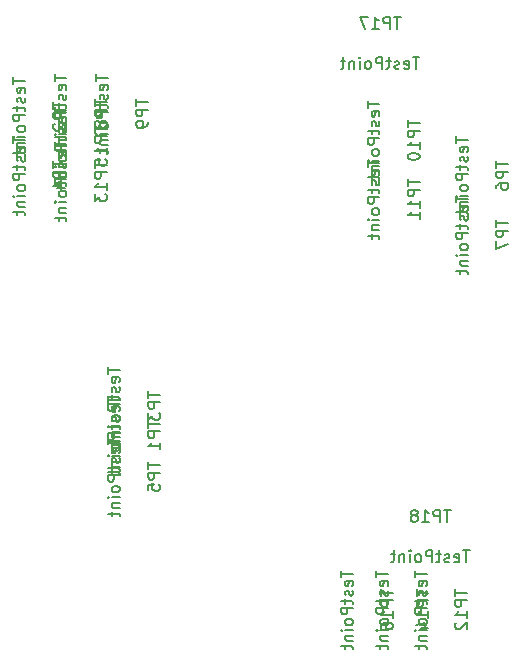
<source format=gbr>
%TF.GenerationSoftware,KiCad,Pcbnew,6.0.7+dfsg-1~bpo11+1*%
%TF.CreationDate,2022-10-07T12:23:39+00:00*%
%TF.ProjectId,redshift,72656473-6869-4667-942e-6b696361645f,0.2*%
%TF.SameCoordinates,Original*%
%TF.FileFunction,AssemblyDrawing,Bot*%
%FSLAX46Y46*%
G04 Gerber Fmt 4.6, Leading zero omitted, Abs format (unit mm)*
G04 Created by KiCad (PCBNEW 6.0.7+dfsg-1~bpo11+1) date 2022-10-07 12:23:39*
%MOMM*%
%LPD*%
G01*
G04 APERTURE LIST*
%ADD10C,0.150000*%
G04 APERTURE END LIST*
D10*
%TO.C,TP5*%
X124702380Y-102666666D02*
X124702380Y-103238095D01*
X125702380Y-102952380D02*
X124702380Y-102952380D01*
X125654761Y-103952380D02*
X125702380Y-103857142D01*
X125702380Y-103666666D01*
X125654761Y-103571428D01*
X125559523Y-103523809D01*
X125178571Y-103523809D01*
X125083333Y-103571428D01*
X125035714Y-103666666D01*
X125035714Y-103857142D01*
X125083333Y-103952380D01*
X125178571Y-104000000D01*
X125273809Y-104000000D01*
X125369047Y-103523809D01*
X125654761Y-104380952D02*
X125702380Y-104476190D01*
X125702380Y-104666666D01*
X125654761Y-104761904D01*
X125559523Y-104809523D01*
X125511904Y-104809523D01*
X125416666Y-104761904D01*
X125369047Y-104666666D01*
X125369047Y-104523809D01*
X125321428Y-104428571D01*
X125226190Y-104380952D01*
X125178571Y-104380952D01*
X125083333Y-104428571D01*
X125035714Y-104523809D01*
X125035714Y-104666666D01*
X125083333Y-104761904D01*
X125035714Y-105095238D02*
X125035714Y-105476190D01*
X124702380Y-105238095D02*
X125559523Y-105238095D01*
X125654761Y-105285714D01*
X125702380Y-105380952D01*
X125702380Y-105476190D01*
X125702380Y-105809523D02*
X124702380Y-105809523D01*
X124702380Y-106190476D01*
X124750000Y-106285714D01*
X124797619Y-106333333D01*
X124892857Y-106380952D01*
X125035714Y-106380952D01*
X125130952Y-106333333D01*
X125178571Y-106285714D01*
X125226190Y-106190476D01*
X125226190Y-105809523D01*
X125702380Y-106952380D02*
X125654761Y-106857142D01*
X125607142Y-106809523D01*
X125511904Y-106761904D01*
X125226190Y-106761904D01*
X125130952Y-106809523D01*
X125083333Y-106857142D01*
X125035714Y-106952380D01*
X125035714Y-107095238D01*
X125083333Y-107190476D01*
X125130952Y-107238095D01*
X125226190Y-107285714D01*
X125511904Y-107285714D01*
X125607142Y-107238095D01*
X125654761Y-107190476D01*
X125702380Y-107095238D01*
X125702380Y-106952380D01*
X125702380Y-107714285D02*
X125035714Y-107714285D01*
X124702380Y-107714285D02*
X124750000Y-107666666D01*
X124797619Y-107714285D01*
X124750000Y-107761904D01*
X124702380Y-107714285D01*
X124797619Y-107714285D01*
X125035714Y-108190476D02*
X125702380Y-108190476D01*
X125130952Y-108190476D02*
X125083333Y-108238095D01*
X125035714Y-108333333D01*
X125035714Y-108476190D01*
X125083333Y-108571428D01*
X125178571Y-108619047D01*
X125702380Y-108619047D01*
X125035714Y-108952380D02*
X125035714Y-109333333D01*
X124702380Y-109095238D02*
X125559523Y-109095238D01*
X125654761Y-109142857D01*
X125702380Y-109238095D01*
X125702380Y-109333333D01*
X128102380Y-104738095D02*
X128102380Y-105309523D01*
X129102380Y-105023809D02*
X128102380Y-105023809D01*
X129102380Y-105642857D02*
X128102380Y-105642857D01*
X128102380Y-106023809D01*
X128150000Y-106119047D01*
X128197619Y-106166666D01*
X128292857Y-106214285D01*
X128435714Y-106214285D01*
X128530952Y-106166666D01*
X128578571Y-106119047D01*
X128626190Y-106023809D01*
X128626190Y-105642857D01*
X128102380Y-107119047D02*
X128102380Y-106642857D01*
X128578571Y-106595238D01*
X128530952Y-106642857D01*
X128483333Y-106738095D01*
X128483333Y-106976190D01*
X128530952Y-107071428D01*
X128578571Y-107119047D01*
X128673809Y-107166666D01*
X128911904Y-107166666D01*
X129007142Y-107119047D01*
X129054761Y-107071428D01*
X129102380Y-106976190D01*
X129102380Y-106738095D01*
X129054761Y-106642857D01*
X129007142Y-106595238D01*
%TO.C,TP6*%
X154202380Y-77166666D02*
X154202380Y-77738095D01*
X155202380Y-77452380D02*
X154202380Y-77452380D01*
X155154761Y-78452380D02*
X155202380Y-78357142D01*
X155202380Y-78166666D01*
X155154761Y-78071428D01*
X155059523Y-78023809D01*
X154678571Y-78023809D01*
X154583333Y-78071428D01*
X154535714Y-78166666D01*
X154535714Y-78357142D01*
X154583333Y-78452380D01*
X154678571Y-78500000D01*
X154773809Y-78500000D01*
X154869047Y-78023809D01*
X155154761Y-78880952D02*
X155202380Y-78976190D01*
X155202380Y-79166666D01*
X155154761Y-79261904D01*
X155059523Y-79309523D01*
X155011904Y-79309523D01*
X154916666Y-79261904D01*
X154869047Y-79166666D01*
X154869047Y-79023809D01*
X154821428Y-78928571D01*
X154726190Y-78880952D01*
X154678571Y-78880952D01*
X154583333Y-78928571D01*
X154535714Y-79023809D01*
X154535714Y-79166666D01*
X154583333Y-79261904D01*
X154535714Y-79595238D02*
X154535714Y-79976190D01*
X154202380Y-79738095D02*
X155059523Y-79738095D01*
X155154761Y-79785714D01*
X155202380Y-79880952D01*
X155202380Y-79976190D01*
X155202380Y-80309523D02*
X154202380Y-80309523D01*
X154202380Y-80690476D01*
X154250000Y-80785714D01*
X154297619Y-80833333D01*
X154392857Y-80880952D01*
X154535714Y-80880952D01*
X154630952Y-80833333D01*
X154678571Y-80785714D01*
X154726190Y-80690476D01*
X154726190Y-80309523D01*
X155202380Y-81452380D02*
X155154761Y-81357142D01*
X155107142Y-81309523D01*
X155011904Y-81261904D01*
X154726190Y-81261904D01*
X154630952Y-81309523D01*
X154583333Y-81357142D01*
X154535714Y-81452380D01*
X154535714Y-81595238D01*
X154583333Y-81690476D01*
X154630952Y-81738095D01*
X154726190Y-81785714D01*
X155011904Y-81785714D01*
X155107142Y-81738095D01*
X155154761Y-81690476D01*
X155202380Y-81595238D01*
X155202380Y-81452380D01*
X155202380Y-82214285D02*
X154535714Y-82214285D01*
X154202380Y-82214285D02*
X154250000Y-82166666D01*
X154297619Y-82214285D01*
X154250000Y-82261904D01*
X154202380Y-82214285D01*
X154297619Y-82214285D01*
X154535714Y-82690476D02*
X155202380Y-82690476D01*
X154630952Y-82690476D02*
X154583333Y-82738095D01*
X154535714Y-82833333D01*
X154535714Y-82976190D01*
X154583333Y-83071428D01*
X154678571Y-83119047D01*
X155202380Y-83119047D01*
X154535714Y-83452380D02*
X154535714Y-83833333D01*
X154202380Y-83595238D02*
X155059523Y-83595238D01*
X155154761Y-83642857D01*
X155202380Y-83738095D01*
X155202380Y-83833333D01*
X157602380Y-79238095D02*
X157602380Y-79809523D01*
X158602380Y-79523809D02*
X157602380Y-79523809D01*
X158602380Y-80142857D02*
X157602380Y-80142857D01*
X157602380Y-80523809D01*
X157650000Y-80619047D01*
X157697619Y-80666666D01*
X157792857Y-80714285D01*
X157935714Y-80714285D01*
X158030952Y-80666666D01*
X158078571Y-80619047D01*
X158126190Y-80523809D01*
X158126190Y-80142857D01*
X157602380Y-81571428D02*
X157602380Y-81380952D01*
X157650000Y-81285714D01*
X157697619Y-81238095D01*
X157840476Y-81142857D01*
X158030952Y-81095238D01*
X158411904Y-81095238D01*
X158507142Y-81142857D01*
X158554761Y-81190476D01*
X158602380Y-81285714D01*
X158602380Y-81476190D01*
X158554761Y-81571428D01*
X158507142Y-81619047D01*
X158411904Y-81666666D01*
X158173809Y-81666666D01*
X158078571Y-81619047D01*
X158030952Y-81571428D01*
X157983333Y-81476190D01*
X157983333Y-81285714D01*
X158030952Y-81190476D01*
X158078571Y-81142857D01*
X158173809Y-81095238D01*
%TO.C,TP9*%
X123702380Y-71916666D02*
X123702380Y-72488095D01*
X124702380Y-72202380D02*
X123702380Y-72202380D01*
X124654761Y-73202380D02*
X124702380Y-73107142D01*
X124702380Y-72916666D01*
X124654761Y-72821428D01*
X124559523Y-72773809D01*
X124178571Y-72773809D01*
X124083333Y-72821428D01*
X124035714Y-72916666D01*
X124035714Y-73107142D01*
X124083333Y-73202380D01*
X124178571Y-73250000D01*
X124273809Y-73250000D01*
X124369047Y-72773809D01*
X124654761Y-73630952D02*
X124702380Y-73726190D01*
X124702380Y-73916666D01*
X124654761Y-74011904D01*
X124559523Y-74059523D01*
X124511904Y-74059523D01*
X124416666Y-74011904D01*
X124369047Y-73916666D01*
X124369047Y-73773809D01*
X124321428Y-73678571D01*
X124226190Y-73630952D01*
X124178571Y-73630952D01*
X124083333Y-73678571D01*
X124035714Y-73773809D01*
X124035714Y-73916666D01*
X124083333Y-74011904D01*
X124035714Y-74345238D02*
X124035714Y-74726190D01*
X123702380Y-74488095D02*
X124559523Y-74488095D01*
X124654761Y-74535714D01*
X124702380Y-74630952D01*
X124702380Y-74726190D01*
X124702380Y-75059523D02*
X123702380Y-75059523D01*
X123702380Y-75440476D01*
X123750000Y-75535714D01*
X123797619Y-75583333D01*
X123892857Y-75630952D01*
X124035714Y-75630952D01*
X124130952Y-75583333D01*
X124178571Y-75535714D01*
X124226190Y-75440476D01*
X124226190Y-75059523D01*
X124702380Y-76202380D02*
X124654761Y-76107142D01*
X124607142Y-76059523D01*
X124511904Y-76011904D01*
X124226190Y-76011904D01*
X124130952Y-76059523D01*
X124083333Y-76107142D01*
X124035714Y-76202380D01*
X124035714Y-76345238D01*
X124083333Y-76440476D01*
X124130952Y-76488095D01*
X124226190Y-76535714D01*
X124511904Y-76535714D01*
X124607142Y-76488095D01*
X124654761Y-76440476D01*
X124702380Y-76345238D01*
X124702380Y-76202380D01*
X124702380Y-76964285D02*
X124035714Y-76964285D01*
X123702380Y-76964285D02*
X123750000Y-76916666D01*
X123797619Y-76964285D01*
X123750000Y-77011904D01*
X123702380Y-76964285D01*
X123797619Y-76964285D01*
X124035714Y-77440476D02*
X124702380Y-77440476D01*
X124130952Y-77440476D02*
X124083333Y-77488095D01*
X124035714Y-77583333D01*
X124035714Y-77726190D01*
X124083333Y-77821428D01*
X124178571Y-77869047D01*
X124702380Y-77869047D01*
X124035714Y-78202380D02*
X124035714Y-78583333D01*
X123702380Y-78345238D02*
X124559523Y-78345238D01*
X124654761Y-78392857D01*
X124702380Y-78488095D01*
X124702380Y-78583333D01*
X127102380Y-73988095D02*
X127102380Y-74559523D01*
X128102380Y-74273809D02*
X127102380Y-74273809D01*
X128102380Y-74892857D02*
X127102380Y-74892857D01*
X127102380Y-75273809D01*
X127150000Y-75369047D01*
X127197619Y-75416666D01*
X127292857Y-75464285D01*
X127435714Y-75464285D01*
X127530952Y-75416666D01*
X127578571Y-75369047D01*
X127626190Y-75273809D01*
X127626190Y-74892857D01*
X128102380Y-75940476D02*
X128102380Y-76130952D01*
X128054761Y-76226190D01*
X128007142Y-76273809D01*
X127864285Y-76369047D01*
X127673809Y-76416666D01*
X127292857Y-76416666D01*
X127197619Y-76369047D01*
X127150000Y-76321428D01*
X127102380Y-76226190D01*
X127102380Y-76035714D01*
X127150000Y-75940476D01*
X127197619Y-75892857D01*
X127292857Y-75845238D01*
X127530952Y-75845238D01*
X127626190Y-75892857D01*
X127673809Y-75940476D01*
X127721428Y-76035714D01*
X127721428Y-76226190D01*
X127673809Y-76321428D01*
X127626190Y-76369047D01*
X127530952Y-76416666D01*
%TO.C,TP7*%
X154202380Y-82166666D02*
X154202380Y-82738095D01*
X155202380Y-82452380D02*
X154202380Y-82452380D01*
X155154761Y-83452380D02*
X155202380Y-83357142D01*
X155202380Y-83166666D01*
X155154761Y-83071428D01*
X155059523Y-83023809D01*
X154678571Y-83023809D01*
X154583333Y-83071428D01*
X154535714Y-83166666D01*
X154535714Y-83357142D01*
X154583333Y-83452380D01*
X154678571Y-83500000D01*
X154773809Y-83500000D01*
X154869047Y-83023809D01*
X155154761Y-83880952D02*
X155202380Y-83976190D01*
X155202380Y-84166666D01*
X155154761Y-84261904D01*
X155059523Y-84309523D01*
X155011904Y-84309523D01*
X154916666Y-84261904D01*
X154869047Y-84166666D01*
X154869047Y-84023809D01*
X154821428Y-83928571D01*
X154726190Y-83880952D01*
X154678571Y-83880952D01*
X154583333Y-83928571D01*
X154535714Y-84023809D01*
X154535714Y-84166666D01*
X154583333Y-84261904D01*
X154535714Y-84595238D02*
X154535714Y-84976190D01*
X154202380Y-84738095D02*
X155059523Y-84738095D01*
X155154761Y-84785714D01*
X155202380Y-84880952D01*
X155202380Y-84976190D01*
X155202380Y-85309523D02*
X154202380Y-85309523D01*
X154202380Y-85690476D01*
X154250000Y-85785714D01*
X154297619Y-85833333D01*
X154392857Y-85880952D01*
X154535714Y-85880952D01*
X154630952Y-85833333D01*
X154678571Y-85785714D01*
X154726190Y-85690476D01*
X154726190Y-85309523D01*
X155202380Y-86452380D02*
X155154761Y-86357142D01*
X155107142Y-86309523D01*
X155011904Y-86261904D01*
X154726190Y-86261904D01*
X154630952Y-86309523D01*
X154583333Y-86357142D01*
X154535714Y-86452380D01*
X154535714Y-86595238D01*
X154583333Y-86690476D01*
X154630952Y-86738095D01*
X154726190Y-86785714D01*
X155011904Y-86785714D01*
X155107142Y-86738095D01*
X155154761Y-86690476D01*
X155202380Y-86595238D01*
X155202380Y-86452380D01*
X155202380Y-87214285D02*
X154535714Y-87214285D01*
X154202380Y-87214285D02*
X154250000Y-87166666D01*
X154297619Y-87214285D01*
X154250000Y-87261904D01*
X154202380Y-87214285D01*
X154297619Y-87214285D01*
X154535714Y-87690476D02*
X155202380Y-87690476D01*
X154630952Y-87690476D02*
X154583333Y-87738095D01*
X154535714Y-87833333D01*
X154535714Y-87976190D01*
X154583333Y-88071428D01*
X154678571Y-88119047D01*
X155202380Y-88119047D01*
X154535714Y-88452380D02*
X154535714Y-88833333D01*
X154202380Y-88595238D02*
X155059523Y-88595238D01*
X155154761Y-88642857D01*
X155202380Y-88738095D01*
X155202380Y-88833333D01*
X157602380Y-84238095D02*
X157602380Y-84809523D01*
X158602380Y-84523809D02*
X157602380Y-84523809D01*
X158602380Y-85142857D02*
X157602380Y-85142857D01*
X157602380Y-85523809D01*
X157650000Y-85619047D01*
X157697619Y-85666666D01*
X157792857Y-85714285D01*
X157935714Y-85714285D01*
X158030952Y-85666666D01*
X158078571Y-85619047D01*
X158126190Y-85523809D01*
X158126190Y-85142857D01*
X157602380Y-86047619D02*
X157602380Y-86714285D01*
X158602380Y-86285714D01*
%TO.C,TP13*%
X120202380Y-77666666D02*
X120202380Y-78238095D01*
X121202380Y-77952380D02*
X120202380Y-77952380D01*
X121154761Y-78952380D02*
X121202380Y-78857142D01*
X121202380Y-78666666D01*
X121154761Y-78571428D01*
X121059523Y-78523809D01*
X120678571Y-78523809D01*
X120583333Y-78571428D01*
X120535714Y-78666666D01*
X120535714Y-78857142D01*
X120583333Y-78952380D01*
X120678571Y-79000000D01*
X120773809Y-79000000D01*
X120869047Y-78523809D01*
X121154761Y-79380952D02*
X121202380Y-79476190D01*
X121202380Y-79666666D01*
X121154761Y-79761904D01*
X121059523Y-79809523D01*
X121011904Y-79809523D01*
X120916666Y-79761904D01*
X120869047Y-79666666D01*
X120869047Y-79523809D01*
X120821428Y-79428571D01*
X120726190Y-79380952D01*
X120678571Y-79380952D01*
X120583333Y-79428571D01*
X120535714Y-79523809D01*
X120535714Y-79666666D01*
X120583333Y-79761904D01*
X120535714Y-80095238D02*
X120535714Y-80476190D01*
X120202380Y-80238095D02*
X121059523Y-80238095D01*
X121154761Y-80285714D01*
X121202380Y-80380952D01*
X121202380Y-80476190D01*
X121202380Y-80809523D02*
X120202380Y-80809523D01*
X120202380Y-81190476D01*
X120250000Y-81285714D01*
X120297619Y-81333333D01*
X120392857Y-81380952D01*
X120535714Y-81380952D01*
X120630952Y-81333333D01*
X120678571Y-81285714D01*
X120726190Y-81190476D01*
X120726190Y-80809523D01*
X121202380Y-81952380D02*
X121154761Y-81857142D01*
X121107142Y-81809523D01*
X121011904Y-81761904D01*
X120726190Y-81761904D01*
X120630952Y-81809523D01*
X120583333Y-81857142D01*
X120535714Y-81952380D01*
X120535714Y-82095238D01*
X120583333Y-82190476D01*
X120630952Y-82238095D01*
X120726190Y-82285714D01*
X121011904Y-82285714D01*
X121107142Y-82238095D01*
X121154761Y-82190476D01*
X121202380Y-82095238D01*
X121202380Y-81952380D01*
X121202380Y-82714285D02*
X120535714Y-82714285D01*
X120202380Y-82714285D02*
X120250000Y-82666666D01*
X120297619Y-82714285D01*
X120250000Y-82761904D01*
X120202380Y-82714285D01*
X120297619Y-82714285D01*
X120535714Y-83190476D02*
X121202380Y-83190476D01*
X120630952Y-83190476D02*
X120583333Y-83238095D01*
X120535714Y-83333333D01*
X120535714Y-83476190D01*
X120583333Y-83571428D01*
X120678571Y-83619047D01*
X121202380Y-83619047D01*
X120535714Y-83952380D02*
X120535714Y-84333333D01*
X120202380Y-84095238D02*
X121059523Y-84095238D01*
X121154761Y-84142857D01*
X121202380Y-84238095D01*
X121202380Y-84333333D01*
X123602380Y-79261904D02*
X123602380Y-79833333D01*
X124602380Y-79547619D02*
X123602380Y-79547619D01*
X124602380Y-80166666D02*
X123602380Y-80166666D01*
X123602380Y-80547619D01*
X123650000Y-80642857D01*
X123697619Y-80690476D01*
X123792857Y-80738095D01*
X123935714Y-80738095D01*
X124030952Y-80690476D01*
X124078571Y-80642857D01*
X124126190Y-80547619D01*
X124126190Y-80166666D01*
X124602380Y-81690476D02*
X124602380Y-81119047D01*
X124602380Y-81404761D02*
X123602380Y-81404761D01*
X123745238Y-81309523D01*
X123840476Y-81214285D01*
X123888095Y-81119047D01*
X123602380Y-82023809D02*
X123602380Y-82642857D01*
X123983333Y-82309523D01*
X123983333Y-82452380D01*
X124030952Y-82547619D01*
X124078571Y-82595238D01*
X124173809Y-82642857D01*
X124411904Y-82642857D01*
X124507142Y-82595238D01*
X124554761Y-82547619D01*
X124602380Y-82452380D01*
X124602380Y-82166666D01*
X124554761Y-82071428D01*
X124507142Y-82023809D01*
%TO.C,TP3*%
X124702380Y-96666666D02*
X124702380Y-97238095D01*
X125702380Y-96952380D02*
X124702380Y-96952380D01*
X125654761Y-97952380D02*
X125702380Y-97857142D01*
X125702380Y-97666666D01*
X125654761Y-97571428D01*
X125559523Y-97523809D01*
X125178571Y-97523809D01*
X125083333Y-97571428D01*
X125035714Y-97666666D01*
X125035714Y-97857142D01*
X125083333Y-97952380D01*
X125178571Y-98000000D01*
X125273809Y-98000000D01*
X125369047Y-97523809D01*
X125654761Y-98380952D02*
X125702380Y-98476190D01*
X125702380Y-98666666D01*
X125654761Y-98761904D01*
X125559523Y-98809523D01*
X125511904Y-98809523D01*
X125416666Y-98761904D01*
X125369047Y-98666666D01*
X125369047Y-98523809D01*
X125321428Y-98428571D01*
X125226190Y-98380952D01*
X125178571Y-98380952D01*
X125083333Y-98428571D01*
X125035714Y-98523809D01*
X125035714Y-98666666D01*
X125083333Y-98761904D01*
X125035714Y-99095238D02*
X125035714Y-99476190D01*
X124702380Y-99238095D02*
X125559523Y-99238095D01*
X125654761Y-99285714D01*
X125702380Y-99380952D01*
X125702380Y-99476190D01*
X125702380Y-99809523D02*
X124702380Y-99809523D01*
X124702380Y-100190476D01*
X124750000Y-100285714D01*
X124797619Y-100333333D01*
X124892857Y-100380952D01*
X125035714Y-100380952D01*
X125130952Y-100333333D01*
X125178571Y-100285714D01*
X125226190Y-100190476D01*
X125226190Y-99809523D01*
X125702380Y-100952380D02*
X125654761Y-100857142D01*
X125607142Y-100809523D01*
X125511904Y-100761904D01*
X125226190Y-100761904D01*
X125130952Y-100809523D01*
X125083333Y-100857142D01*
X125035714Y-100952380D01*
X125035714Y-101095238D01*
X125083333Y-101190476D01*
X125130952Y-101238095D01*
X125226190Y-101285714D01*
X125511904Y-101285714D01*
X125607142Y-101238095D01*
X125654761Y-101190476D01*
X125702380Y-101095238D01*
X125702380Y-100952380D01*
X125702380Y-101714285D02*
X125035714Y-101714285D01*
X124702380Y-101714285D02*
X124750000Y-101666666D01*
X124797619Y-101714285D01*
X124750000Y-101761904D01*
X124702380Y-101714285D01*
X124797619Y-101714285D01*
X125035714Y-102190476D02*
X125702380Y-102190476D01*
X125130952Y-102190476D02*
X125083333Y-102238095D01*
X125035714Y-102333333D01*
X125035714Y-102476190D01*
X125083333Y-102571428D01*
X125178571Y-102619047D01*
X125702380Y-102619047D01*
X125035714Y-102952380D02*
X125035714Y-103333333D01*
X124702380Y-103095238D02*
X125559523Y-103095238D01*
X125654761Y-103142857D01*
X125702380Y-103238095D01*
X125702380Y-103333333D01*
X128102380Y-98738095D02*
X128102380Y-99309523D01*
X129102380Y-99023809D02*
X128102380Y-99023809D01*
X129102380Y-99642857D02*
X128102380Y-99642857D01*
X128102380Y-100023809D01*
X128150000Y-100119047D01*
X128197619Y-100166666D01*
X128292857Y-100214285D01*
X128435714Y-100214285D01*
X128530952Y-100166666D01*
X128578571Y-100119047D01*
X128626190Y-100023809D01*
X128626190Y-99642857D01*
X128102380Y-100547619D02*
X128102380Y-101166666D01*
X128483333Y-100833333D01*
X128483333Y-100976190D01*
X128530952Y-101071428D01*
X128578571Y-101119047D01*
X128673809Y-101166666D01*
X128911904Y-101166666D01*
X129007142Y-101119047D01*
X129054761Y-101071428D01*
X129102380Y-100976190D01*
X129102380Y-100690476D01*
X129054761Y-100595238D01*
X129007142Y-100547619D01*
%TO.C,TP10*%
X146702380Y-74166666D02*
X146702380Y-74738095D01*
X147702380Y-74452380D02*
X146702380Y-74452380D01*
X147654761Y-75452380D02*
X147702380Y-75357142D01*
X147702380Y-75166666D01*
X147654761Y-75071428D01*
X147559523Y-75023809D01*
X147178571Y-75023809D01*
X147083333Y-75071428D01*
X147035714Y-75166666D01*
X147035714Y-75357142D01*
X147083333Y-75452380D01*
X147178571Y-75500000D01*
X147273809Y-75500000D01*
X147369047Y-75023809D01*
X147654761Y-75880952D02*
X147702380Y-75976190D01*
X147702380Y-76166666D01*
X147654761Y-76261904D01*
X147559523Y-76309523D01*
X147511904Y-76309523D01*
X147416666Y-76261904D01*
X147369047Y-76166666D01*
X147369047Y-76023809D01*
X147321428Y-75928571D01*
X147226190Y-75880952D01*
X147178571Y-75880952D01*
X147083333Y-75928571D01*
X147035714Y-76023809D01*
X147035714Y-76166666D01*
X147083333Y-76261904D01*
X147035714Y-76595238D02*
X147035714Y-76976190D01*
X146702380Y-76738095D02*
X147559523Y-76738095D01*
X147654761Y-76785714D01*
X147702380Y-76880952D01*
X147702380Y-76976190D01*
X147702380Y-77309523D02*
X146702380Y-77309523D01*
X146702380Y-77690476D01*
X146750000Y-77785714D01*
X146797619Y-77833333D01*
X146892857Y-77880952D01*
X147035714Y-77880952D01*
X147130952Y-77833333D01*
X147178571Y-77785714D01*
X147226190Y-77690476D01*
X147226190Y-77309523D01*
X147702380Y-78452380D02*
X147654761Y-78357142D01*
X147607142Y-78309523D01*
X147511904Y-78261904D01*
X147226190Y-78261904D01*
X147130952Y-78309523D01*
X147083333Y-78357142D01*
X147035714Y-78452380D01*
X147035714Y-78595238D01*
X147083333Y-78690476D01*
X147130952Y-78738095D01*
X147226190Y-78785714D01*
X147511904Y-78785714D01*
X147607142Y-78738095D01*
X147654761Y-78690476D01*
X147702380Y-78595238D01*
X147702380Y-78452380D01*
X147702380Y-79214285D02*
X147035714Y-79214285D01*
X146702380Y-79214285D02*
X146750000Y-79166666D01*
X146797619Y-79214285D01*
X146750000Y-79261904D01*
X146702380Y-79214285D01*
X146797619Y-79214285D01*
X147035714Y-79690476D02*
X147702380Y-79690476D01*
X147130952Y-79690476D02*
X147083333Y-79738095D01*
X147035714Y-79833333D01*
X147035714Y-79976190D01*
X147083333Y-80071428D01*
X147178571Y-80119047D01*
X147702380Y-80119047D01*
X147035714Y-80452380D02*
X147035714Y-80833333D01*
X146702380Y-80595238D02*
X147559523Y-80595238D01*
X147654761Y-80642857D01*
X147702380Y-80738095D01*
X147702380Y-80833333D01*
X150102380Y-75761904D02*
X150102380Y-76333333D01*
X151102380Y-76047619D02*
X150102380Y-76047619D01*
X151102380Y-76666666D02*
X150102380Y-76666666D01*
X150102380Y-77047619D01*
X150150000Y-77142857D01*
X150197619Y-77190476D01*
X150292857Y-77238095D01*
X150435714Y-77238095D01*
X150530952Y-77190476D01*
X150578571Y-77142857D01*
X150626190Y-77047619D01*
X150626190Y-76666666D01*
X151102380Y-78190476D02*
X151102380Y-77619047D01*
X151102380Y-77904761D02*
X150102380Y-77904761D01*
X150245238Y-77809523D01*
X150340476Y-77714285D01*
X150388095Y-77619047D01*
X150102380Y-78809523D02*
X150102380Y-78904761D01*
X150150000Y-79000000D01*
X150197619Y-79047619D01*
X150292857Y-79095238D01*
X150483333Y-79142857D01*
X150721428Y-79142857D01*
X150911904Y-79095238D01*
X151007142Y-79047619D01*
X151054761Y-79000000D01*
X151102380Y-78904761D01*
X151102380Y-78809523D01*
X151054761Y-78714285D01*
X151007142Y-78666666D01*
X150911904Y-78619047D01*
X150721428Y-78571428D01*
X150483333Y-78571428D01*
X150292857Y-78619047D01*
X150197619Y-78666666D01*
X150150000Y-78714285D01*
X150102380Y-78809523D01*
%TO.C,TP11*%
X146702380Y-79166666D02*
X146702380Y-79738095D01*
X147702380Y-79452380D02*
X146702380Y-79452380D01*
X147654761Y-80452380D02*
X147702380Y-80357142D01*
X147702380Y-80166666D01*
X147654761Y-80071428D01*
X147559523Y-80023809D01*
X147178571Y-80023809D01*
X147083333Y-80071428D01*
X147035714Y-80166666D01*
X147035714Y-80357142D01*
X147083333Y-80452380D01*
X147178571Y-80500000D01*
X147273809Y-80500000D01*
X147369047Y-80023809D01*
X147654761Y-80880952D02*
X147702380Y-80976190D01*
X147702380Y-81166666D01*
X147654761Y-81261904D01*
X147559523Y-81309523D01*
X147511904Y-81309523D01*
X147416666Y-81261904D01*
X147369047Y-81166666D01*
X147369047Y-81023809D01*
X147321428Y-80928571D01*
X147226190Y-80880952D01*
X147178571Y-80880952D01*
X147083333Y-80928571D01*
X147035714Y-81023809D01*
X147035714Y-81166666D01*
X147083333Y-81261904D01*
X147035714Y-81595238D02*
X147035714Y-81976190D01*
X146702380Y-81738095D02*
X147559523Y-81738095D01*
X147654761Y-81785714D01*
X147702380Y-81880952D01*
X147702380Y-81976190D01*
X147702380Y-82309523D02*
X146702380Y-82309523D01*
X146702380Y-82690476D01*
X146750000Y-82785714D01*
X146797619Y-82833333D01*
X146892857Y-82880952D01*
X147035714Y-82880952D01*
X147130952Y-82833333D01*
X147178571Y-82785714D01*
X147226190Y-82690476D01*
X147226190Y-82309523D01*
X147702380Y-83452380D02*
X147654761Y-83357142D01*
X147607142Y-83309523D01*
X147511904Y-83261904D01*
X147226190Y-83261904D01*
X147130952Y-83309523D01*
X147083333Y-83357142D01*
X147035714Y-83452380D01*
X147035714Y-83595238D01*
X147083333Y-83690476D01*
X147130952Y-83738095D01*
X147226190Y-83785714D01*
X147511904Y-83785714D01*
X147607142Y-83738095D01*
X147654761Y-83690476D01*
X147702380Y-83595238D01*
X147702380Y-83452380D01*
X147702380Y-84214285D02*
X147035714Y-84214285D01*
X146702380Y-84214285D02*
X146750000Y-84166666D01*
X146797619Y-84214285D01*
X146750000Y-84261904D01*
X146702380Y-84214285D01*
X146797619Y-84214285D01*
X147035714Y-84690476D02*
X147702380Y-84690476D01*
X147130952Y-84690476D02*
X147083333Y-84738095D01*
X147035714Y-84833333D01*
X147035714Y-84976190D01*
X147083333Y-85071428D01*
X147178571Y-85119047D01*
X147702380Y-85119047D01*
X147035714Y-85452380D02*
X147035714Y-85833333D01*
X146702380Y-85595238D02*
X147559523Y-85595238D01*
X147654761Y-85642857D01*
X147702380Y-85738095D01*
X147702380Y-85833333D01*
X150102380Y-80761904D02*
X150102380Y-81333333D01*
X151102380Y-81047619D02*
X150102380Y-81047619D01*
X151102380Y-81666666D02*
X150102380Y-81666666D01*
X150102380Y-82047619D01*
X150150000Y-82142857D01*
X150197619Y-82190476D01*
X150292857Y-82238095D01*
X150435714Y-82238095D01*
X150530952Y-82190476D01*
X150578571Y-82142857D01*
X150626190Y-82047619D01*
X150626190Y-81666666D01*
X151102380Y-83190476D02*
X151102380Y-82619047D01*
X151102380Y-82904761D02*
X150102380Y-82904761D01*
X150245238Y-82809523D01*
X150340476Y-82714285D01*
X150388095Y-82619047D01*
X151102380Y-84142857D02*
X151102380Y-83571428D01*
X151102380Y-83857142D02*
X150102380Y-83857142D01*
X150245238Y-83761904D01*
X150340476Y-83666666D01*
X150388095Y-83571428D01*
%TO.C,TP2*%
X116702380Y-72166666D02*
X116702380Y-72738095D01*
X117702380Y-72452380D02*
X116702380Y-72452380D01*
X117654761Y-73452380D02*
X117702380Y-73357142D01*
X117702380Y-73166666D01*
X117654761Y-73071428D01*
X117559523Y-73023809D01*
X117178571Y-73023809D01*
X117083333Y-73071428D01*
X117035714Y-73166666D01*
X117035714Y-73357142D01*
X117083333Y-73452380D01*
X117178571Y-73500000D01*
X117273809Y-73500000D01*
X117369047Y-73023809D01*
X117654761Y-73880952D02*
X117702380Y-73976190D01*
X117702380Y-74166666D01*
X117654761Y-74261904D01*
X117559523Y-74309523D01*
X117511904Y-74309523D01*
X117416666Y-74261904D01*
X117369047Y-74166666D01*
X117369047Y-74023809D01*
X117321428Y-73928571D01*
X117226190Y-73880952D01*
X117178571Y-73880952D01*
X117083333Y-73928571D01*
X117035714Y-74023809D01*
X117035714Y-74166666D01*
X117083333Y-74261904D01*
X117035714Y-74595238D02*
X117035714Y-74976190D01*
X116702380Y-74738095D02*
X117559523Y-74738095D01*
X117654761Y-74785714D01*
X117702380Y-74880952D01*
X117702380Y-74976190D01*
X117702380Y-75309523D02*
X116702380Y-75309523D01*
X116702380Y-75690476D01*
X116750000Y-75785714D01*
X116797619Y-75833333D01*
X116892857Y-75880952D01*
X117035714Y-75880952D01*
X117130952Y-75833333D01*
X117178571Y-75785714D01*
X117226190Y-75690476D01*
X117226190Y-75309523D01*
X117702380Y-76452380D02*
X117654761Y-76357142D01*
X117607142Y-76309523D01*
X117511904Y-76261904D01*
X117226190Y-76261904D01*
X117130952Y-76309523D01*
X117083333Y-76357142D01*
X117035714Y-76452380D01*
X117035714Y-76595238D01*
X117083333Y-76690476D01*
X117130952Y-76738095D01*
X117226190Y-76785714D01*
X117511904Y-76785714D01*
X117607142Y-76738095D01*
X117654761Y-76690476D01*
X117702380Y-76595238D01*
X117702380Y-76452380D01*
X117702380Y-77214285D02*
X117035714Y-77214285D01*
X116702380Y-77214285D02*
X116750000Y-77166666D01*
X116797619Y-77214285D01*
X116750000Y-77261904D01*
X116702380Y-77214285D01*
X116797619Y-77214285D01*
X117035714Y-77690476D02*
X117702380Y-77690476D01*
X117130952Y-77690476D02*
X117083333Y-77738095D01*
X117035714Y-77833333D01*
X117035714Y-77976190D01*
X117083333Y-78071428D01*
X117178571Y-78119047D01*
X117702380Y-78119047D01*
X117035714Y-78452380D02*
X117035714Y-78833333D01*
X116702380Y-78595238D02*
X117559523Y-78595238D01*
X117654761Y-78642857D01*
X117702380Y-78738095D01*
X117702380Y-78833333D01*
X120102380Y-74238095D02*
X120102380Y-74809523D01*
X121102380Y-74523809D02*
X120102380Y-74523809D01*
X121102380Y-75142857D02*
X120102380Y-75142857D01*
X120102380Y-75523809D01*
X120150000Y-75619047D01*
X120197619Y-75666666D01*
X120292857Y-75714285D01*
X120435714Y-75714285D01*
X120530952Y-75666666D01*
X120578571Y-75619047D01*
X120626190Y-75523809D01*
X120626190Y-75142857D01*
X120197619Y-76095238D02*
X120150000Y-76142857D01*
X120102380Y-76238095D01*
X120102380Y-76476190D01*
X120150000Y-76571428D01*
X120197619Y-76619047D01*
X120292857Y-76666666D01*
X120388095Y-76666666D01*
X120530952Y-76619047D01*
X121102380Y-76047619D01*
X121102380Y-76666666D01*
%TO.C,TP8*%
X120202380Y-71916666D02*
X120202380Y-72488095D01*
X121202380Y-72202380D02*
X120202380Y-72202380D01*
X121154761Y-73202380D02*
X121202380Y-73107142D01*
X121202380Y-72916666D01*
X121154761Y-72821428D01*
X121059523Y-72773809D01*
X120678571Y-72773809D01*
X120583333Y-72821428D01*
X120535714Y-72916666D01*
X120535714Y-73107142D01*
X120583333Y-73202380D01*
X120678571Y-73250000D01*
X120773809Y-73250000D01*
X120869047Y-72773809D01*
X121154761Y-73630952D02*
X121202380Y-73726190D01*
X121202380Y-73916666D01*
X121154761Y-74011904D01*
X121059523Y-74059523D01*
X121011904Y-74059523D01*
X120916666Y-74011904D01*
X120869047Y-73916666D01*
X120869047Y-73773809D01*
X120821428Y-73678571D01*
X120726190Y-73630952D01*
X120678571Y-73630952D01*
X120583333Y-73678571D01*
X120535714Y-73773809D01*
X120535714Y-73916666D01*
X120583333Y-74011904D01*
X120535714Y-74345238D02*
X120535714Y-74726190D01*
X120202380Y-74488095D02*
X121059523Y-74488095D01*
X121154761Y-74535714D01*
X121202380Y-74630952D01*
X121202380Y-74726190D01*
X121202380Y-75059523D02*
X120202380Y-75059523D01*
X120202380Y-75440476D01*
X120250000Y-75535714D01*
X120297619Y-75583333D01*
X120392857Y-75630952D01*
X120535714Y-75630952D01*
X120630952Y-75583333D01*
X120678571Y-75535714D01*
X120726190Y-75440476D01*
X120726190Y-75059523D01*
X121202380Y-76202380D02*
X121154761Y-76107142D01*
X121107142Y-76059523D01*
X121011904Y-76011904D01*
X120726190Y-76011904D01*
X120630952Y-76059523D01*
X120583333Y-76107142D01*
X120535714Y-76202380D01*
X120535714Y-76345238D01*
X120583333Y-76440476D01*
X120630952Y-76488095D01*
X120726190Y-76535714D01*
X121011904Y-76535714D01*
X121107142Y-76488095D01*
X121154761Y-76440476D01*
X121202380Y-76345238D01*
X121202380Y-76202380D01*
X121202380Y-76964285D02*
X120535714Y-76964285D01*
X120202380Y-76964285D02*
X120250000Y-76916666D01*
X120297619Y-76964285D01*
X120250000Y-77011904D01*
X120202380Y-76964285D01*
X120297619Y-76964285D01*
X120535714Y-77440476D02*
X121202380Y-77440476D01*
X120630952Y-77440476D02*
X120583333Y-77488095D01*
X120535714Y-77583333D01*
X120535714Y-77726190D01*
X120583333Y-77821428D01*
X120678571Y-77869047D01*
X121202380Y-77869047D01*
X120535714Y-78202380D02*
X120535714Y-78583333D01*
X120202380Y-78345238D02*
X121059523Y-78345238D01*
X121154761Y-78392857D01*
X121202380Y-78488095D01*
X121202380Y-78583333D01*
X123602380Y-73988095D02*
X123602380Y-74559523D01*
X124602380Y-74273809D02*
X123602380Y-74273809D01*
X124602380Y-74892857D02*
X123602380Y-74892857D01*
X123602380Y-75273809D01*
X123650000Y-75369047D01*
X123697619Y-75416666D01*
X123792857Y-75464285D01*
X123935714Y-75464285D01*
X124030952Y-75416666D01*
X124078571Y-75369047D01*
X124126190Y-75273809D01*
X124126190Y-74892857D01*
X124030952Y-76035714D02*
X123983333Y-75940476D01*
X123935714Y-75892857D01*
X123840476Y-75845238D01*
X123792857Y-75845238D01*
X123697619Y-75892857D01*
X123650000Y-75940476D01*
X123602380Y-76035714D01*
X123602380Y-76226190D01*
X123650000Y-76321428D01*
X123697619Y-76369047D01*
X123792857Y-76416666D01*
X123840476Y-76416666D01*
X123935714Y-76369047D01*
X123983333Y-76321428D01*
X124030952Y-76226190D01*
X124030952Y-76035714D01*
X124078571Y-75940476D01*
X124126190Y-75892857D01*
X124221428Y-75845238D01*
X124411904Y-75845238D01*
X124507142Y-75892857D01*
X124554761Y-75940476D01*
X124602380Y-76035714D01*
X124602380Y-76226190D01*
X124554761Y-76321428D01*
X124507142Y-76369047D01*
X124411904Y-76416666D01*
X124221428Y-76416666D01*
X124126190Y-76369047D01*
X124078571Y-76321428D01*
X124030952Y-76226190D01*
%TO.C,TP12*%
X150702380Y-113916666D02*
X150702380Y-114488095D01*
X151702380Y-114202380D02*
X150702380Y-114202380D01*
X151654761Y-115202380D02*
X151702380Y-115107142D01*
X151702380Y-114916666D01*
X151654761Y-114821428D01*
X151559523Y-114773809D01*
X151178571Y-114773809D01*
X151083333Y-114821428D01*
X151035714Y-114916666D01*
X151035714Y-115107142D01*
X151083333Y-115202380D01*
X151178571Y-115250000D01*
X151273809Y-115250000D01*
X151369047Y-114773809D01*
X151654761Y-115630952D02*
X151702380Y-115726190D01*
X151702380Y-115916666D01*
X151654761Y-116011904D01*
X151559523Y-116059523D01*
X151511904Y-116059523D01*
X151416666Y-116011904D01*
X151369047Y-115916666D01*
X151369047Y-115773809D01*
X151321428Y-115678571D01*
X151226190Y-115630952D01*
X151178571Y-115630952D01*
X151083333Y-115678571D01*
X151035714Y-115773809D01*
X151035714Y-115916666D01*
X151083333Y-116011904D01*
X151035714Y-116345238D02*
X151035714Y-116726190D01*
X150702380Y-116488095D02*
X151559523Y-116488095D01*
X151654761Y-116535714D01*
X151702380Y-116630952D01*
X151702380Y-116726190D01*
X151702380Y-117059523D02*
X150702380Y-117059523D01*
X150702380Y-117440476D01*
X150750000Y-117535714D01*
X150797619Y-117583333D01*
X150892857Y-117630952D01*
X151035714Y-117630952D01*
X151130952Y-117583333D01*
X151178571Y-117535714D01*
X151226190Y-117440476D01*
X151226190Y-117059523D01*
X151702380Y-118202380D02*
X151654761Y-118107142D01*
X151607142Y-118059523D01*
X151511904Y-118011904D01*
X151226190Y-118011904D01*
X151130952Y-118059523D01*
X151083333Y-118107142D01*
X151035714Y-118202380D01*
X151035714Y-118345238D01*
X151083333Y-118440476D01*
X151130952Y-118488095D01*
X151226190Y-118535714D01*
X151511904Y-118535714D01*
X151607142Y-118488095D01*
X151654761Y-118440476D01*
X151702380Y-118345238D01*
X151702380Y-118202380D01*
X151702380Y-118964285D02*
X151035714Y-118964285D01*
X150702380Y-118964285D02*
X150750000Y-118916666D01*
X150797619Y-118964285D01*
X150750000Y-119011904D01*
X150702380Y-118964285D01*
X150797619Y-118964285D01*
X151035714Y-119440476D02*
X151702380Y-119440476D01*
X151130952Y-119440476D02*
X151083333Y-119488095D01*
X151035714Y-119583333D01*
X151035714Y-119726190D01*
X151083333Y-119821428D01*
X151178571Y-119869047D01*
X151702380Y-119869047D01*
X151035714Y-120202380D02*
X151035714Y-120583333D01*
X150702380Y-120345238D02*
X151559523Y-120345238D01*
X151654761Y-120392857D01*
X151702380Y-120488095D01*
X151702380Y-120583333D01*
X154102380Y-115511904D02*
X154102380Y-116083333D01*
X155102380Y-115797619D02*
X154102380Y-115797619D01*
X155102380Y-116416666D02*
X154102380Y-116416666D01*
X154102380Y-116797619D01*
X154150000Y-116892857D01*
X154197619Y-116940476D01*
X154292857Y-116988095D01*
X154435714Y-116988095D01*
X154530952Y-116940476D01*
X154578571Y-116892857D01*
X154626190Y-116797619D01*
X154626190Y-116416666D01*
X155102380Y-117940476D02*
X155102380Y-117369047D01*
X155102380Y-117654761D02*
X154102380Y-117654761D01*
X154245238Y-117559523D01*
X154340476Y-117464285D01*
X154388095Y-117369047D01*
X154197619Y-118321428D02*
X154150000Y-118369047D01*
X154102380Y-118464285D01*
X154102380Y-118702380D01*
X154150000Y-118797619D01*
X154197619Y-118845238D01*
X154292857Y-118892857D01*
X154388095Y-118892857D01*
X154530952Y-118845238D01*
X155102380Y-118273809D01*
X155102380Y-118892857D01*
%TO.C,TP18*%
X155333333Y-112202380D02*
X154761904Y-112202380D01*
X155047619Y-113202380D02*
X155047619Y-112202380D01*
X154047619Y-113154761D02*
X154142857Y-113202380D01*
X154333333Y-113202380D01*
X154428571Y-113154761D01*
X154476190Y-113059523D01*
X154476190Y-112678571D01*
X154428571Y-112583333D01*
X154333333Y-112535714D01*
X154142857Y-112535714D01*
X154047619Y-112583333D01*
X154000000Y-112678571D01*
X154000000Y-112773809D01*
X154476190Y-112869047D01*
X153619047Y-113154761D02*
X153523809Y-113202380D01*
X153333333Y-113202380D01*
X153238095Y-113154761D01*
X153190476Y-113059523D01*
X153190476Y-113011904D01*
X153238095Y-112916666D01*
X153333333Y-112869047D01*
X153476190Y-112869047D01*
X153571428Y-112821428D01*
X153619047Y-112726190D01*
X153619047Y-112678571D01*
X153571428Y-112583333D01*
X153476190Y-112535714D01*
X153333333Y-112535714D01*
X153238095Y-112583333D01*
X152904761Y-112535714D02*
X152523809Y-112535714D01*
X152761904Y-112202380D02*
X152761904Y-113059523D01*
X152714285Y-113154761D01*
X152619047Y-113202380D01*
X152523809Y-113202380D01*
X152190476Y-113202380D02*
X152190476Y-112202380D01*
X151809523Y-112202380D01*
X151714285Y-112250000D01*
X151666666Y-112297619D01*
X151619047Y-112392857D01*
X151619047Y-112535714D01*
X151666666Y-112630952D01*
X151714285Y-112678571D01*
X151809523Y-112726190D01*
X152190476Y-112726190D01*
X151047619Y-113202380D02*
X151142857Y-113154761D01*
X151190476Y-113107142D01*
X151238095Y-113011904D01*
X151238095Y-112726190D01*
X151190476Y-112630952D01*
X151142857Y-112583333D01*
X151047619Y-112535714D01*
X150904761Y-112535714D01*
X150809523Y-112583333D01*
X150761904Y-112630952D01*
X150714285Y-112726190D01*
X150714285Y-113011904D01*
X150761904Y-113107142D01*
X150809523Y-113154761D01*
X150904761Y-113202380D01*
X151047619Y-113202380D01*
X150285714Y-113202380D02*
X150285714Y-112535714D01*
X150285714Y-112202380D02*
X150333333Y-112250000D01*
X150285714Y-112297619D01*
X150238095Y-112250000D01*
X150285714Y-112202380D01*
X150285714Y-112297619D01*
X149809523Y-112535714D02*
X149809523Y-113202380D01*
X149809523Y-112630952D02*
X149761904Y-112583333D01*
X149666666Y-112535714D01*
X149523809Y-112535714D01*
X149428571Y-112583333D01*
X149380952Y-112678571D01*
X149380952Y-113202380D01*
X149047619Y-112535714D02*
X148666666Y-112535714D01*
X148904761Y-112202380D02*
X148904761Y-113059523D01*
X148857142Y-113154761D01*
X148761904Y-113202380D01*
X148666666Y-113202380D01*
X153738095Y-108802380D02*
X153166666Y-108802380D01*
X153452380Y-109802380D02*
X153452380Y-108802380D01*
X152833333Y-109802380D02*
X152833333Y-108802380D01*
X152452380Y-108802380D01*
X152357142Y-108850000D01*
X152309523Y-108897619D01*
X152261904Y-108992857D01*
X152261904Y-109135714D01*
X152309523Y-109230952D01*
X152357142Y-109278571D01*
X152452380Y-109326190D01*
X152833333Y-109326190D01*
X151309523Y-109802380D02*
X151880952Y-109802380D01*
X151595238Y-109802380D02*
X151595238Y-108802380D01*
X151690476Y-108945238D01*
X151785714Y-109040476D01*
X151880952Y-109088095D01*
X150738095Y-109230952D02*
X150833333Y-109183333D01*
X150880952Y-109135714D01*
X150928571Y-109040476D01*
X150928571Y-108992857D01*
X150880952Y-108897619D01*
X150833333Y-108850000D01*
X150738095Y-108802380D01*
X150547619Y-108802380D01*
X150452380Y-108850000D01*
X150404761Y-108897619D01*
X150357142Y-108992857D01*
X150357142Y-109040476D01*
X150404761Y-109135714D01*
X150452380Y-109183333D01*
X150547619Y-109230952D01*
X150738095Y-109230952D01*
X150833333Y-109278571D01*
X150880952Y-109326190D01*
X150928571Y-109421428D01*
X150928571Y-109611904D01*
X150880952Y-109707142D01*
X150833333Y-109754761D01*
X150738095Y-109802380D01*
X150547619Y-109802380D01*
X150452380Y-109754761D01*
X150404761Y-109707142D01*
X150357142Y-109611904D01*
X150357142Y-109421428D01*
X150404761Y-109326190D01*
X150452380Y-109278571D01*
X150547619Y-109230952D01*
%TO.C,TP17*%
X151083333Y-70452380D02*
X150511904Y-70452380D01*
X150797619Y-71452380D02*
X150797619Y-70452380D01*
X149797619Y-71404761D02*
X149892857Y-71452380D01*
X150083333Y-71452380D01*
X150178571Y-71404761D01*
X150226190Y-71309523D01*
X150226190Y-70928571D01*
X150178571Y-70833333D01*
X150083333Y-70785714D01*
X149892857Y-70785714D01*
X149797619Y-70833333D01*
X149750000Y-70928571D01*
X149750000Y-71023809D01*
X150226190Y-71119047D01*
X149369047Y-71404761D02*
X149273809Y-71452380D01*
X149083333Y-71452380D01*
X148988095Y-71404761D01*
X148940476Y-71309523D01*
X148940476Y-71261904D01*
X148988095Y-71166666D01*
X149083333Y-71119047D01*
X149226190Y-71119047D01*
X149321428Y-71071428D01*
X149369047Y-70976190D01*
X149369047Y-70928571D01*
X149321428Y-70833333D01*
X149226190Y-70785714D01*
X149083333Y-70785714D01*
X148988095Y-70833333D01*
X148654761Y-70785714D02*
X148273809Y-70785714D01*
X148511904Y-70452380D02*
X148511904Y-71309523D01*
X148464285Y-71404761D01*
X148369047Y-71452380D01*
X148273809Y-71452380D01*
X147940476Y-71452380D02*
X147940476Y-70452380D01*
X147559523Y-70452380D01*
X147464285Y-70500000D01*
X147416666Y-70547619D01*
X147369047Y-70642857D01*
X147369047Y-70785714D01*
X147416666Y-70880952D01*
X147464285Y-70928571D01*
X147559523Y-70976190D01*
X147940476Y-70976190D01*
X146797619Y-71452380D02*
X146892857Y-71404761D01*
X146940476Y-71357142D01*
X146988095Y-71261904D01*
X146988095Y-70976190D01*
X146940476Y-70880952D01*
X146892857Y-70833333D01*
X146797619Y-70785714D01*
X146654761Y-70785714D01*
X146559523Y-70833333D01*
X146511904Y-70880952D01*
X146464285Y-70976190D01*
X146464285Y-71261904D01*
X146511904Y-71357142D01*
X146559523Y-71404761D01*
X146654761Y-71452380D01*
X146797619Y-71452380D01*
X146035714Y-71452380D02*
X146035714Y-70785714D01*
X146035714Y-70452380D02*
X146083333Y-70500000D01*
X146035714Y-70547619D01*
X145988095Y-70500000D01*
X146035714Y-70452380D01*
X146035714Y-70547619D01*
X145559523Y-70785714D02*
X145559523Y-71452380D01*
X145559523Y-70880952D02*
X145511904Y-70833333D01*
X145416666Y-70785714D01*
X145273809Y-70785714D01*
X145178571Y-70833333D01*
X145130952Y-70928571D01*
X145130952Y-71452380D01*
X144797619Y-70785714D02*
X144416666Y-70785714D01*
X144654761Y-70452380D02*
X144654761Y-71309523D01*
X144607142Y-71404761D01*
X144511904Y-71452380D01*
X144416666Y-71452380D01*
X149488095Y-67052380D02*
X148916666Y-67052380D01*
X149202380Y-68052380D02*
X149202380Y-67052380D01*
X148583333Y-68052380D02*
X148583333Y-67052380D01*
X148202380Y-67052380D01*
X148107142Y-67100000D01*
X148059523Y-67147619D01*
X148011904Y-67242857D01*
X148011904Y-67385714D01*
X148059523Y-67480952D01*
X148107142Y-67528571D01*
X148202380Y-67576190D01*
X148583333Y-67576190D01*
X147059523Y-68052380D02*
X147630952Y-68052380D01*
X147345238Y-68052380D02*
X147345238Y-67052380D01*
X147440476Y-67195238D01*
X147535714Y-67290476D01*
X147630952Y-67338095D01*
X146726190Y-67052380D02*
X146059523Y-67052380D01*
X146488095Y-68052380D01*
%TO.C,TP16*%
X144452380Y-113916666D02*
X144452380Y-114488095D01*
X145452380Y-114202380D02*
X144452380Y-114202380D01*
X145404761Y-115202380D02*
X145452380Y-115107142D01*
X145452380Y-114916666D01*
X145404761Y-114821428D01*
X145309523Y-114773809D01*
X144928571Y-114773809D01*
X144833333Y-114821428D01*
X144785714Y-114916666D01*
X144785714Y-115107142D01*
X144833333Y-115202380D01*
X144928571Y-115250000D01*
X145023809Y-115250000D01*
X145119047Y-114773809D01*
X145404761Y-115630952D02*
X145452380Y-115726190D01*
X145452380Y-115916666D01*
X145404761Y-116011904D01*
X145309523Y-116059523D01*
X145261904Y-116059523D01*
X145166666Y-116011904D01*
X145119047Y-115916666D01*
X145119047Y-115773809D01*
X145071428Y-115678571D01*
X144976190Y-115630952D01*
X144928571Y-115630952D01*
X144833333Y-115678571D01*
X144785714Y-115773809D01*
X144785714Y-115916666D01*
X144833333Y-116011904D01*
X144785714Y-116345238D02*
X144785714Y-116726190D01*
X144452380Y-116488095D02*
X145309523Y-116488095D01*
X145404761Y-116535714D01*
X145452380Y-116630952D01*
X145452380Y-116726190D01*
X145452380Y-117059523D02*
X144452380Y-117059523D01*
X144452380Y-117440476D01*
X144500000Y-117535714D01*
X144547619Y-117583333D01*
X144642857Y-117630952D01*
X144785714Y-117630952D01*
X144880952Y-117583333D01*
X144928571Y-117535714D01*
X144976190Y-117440476D01*
X144976190Y-117059523D01*
X145452380Y-118202380D02*
X145404761Y-118107142D01*
X145357142Y-118059523D01*
X145261904Y-118011904D01*
X144976190Y-118011904D01*
X144880952Y-118059523D01*
X144833333Y-118107142D01*
X144785714Y-118202380D01*
X144785714Y-118345238D01*
X144833333Y-118440476D01*
X144880952Y-118488095D01*
X144976190Y-118535714D01*
X145261904Y-118535714D01*
X145357142Y-118488095D01*
X145404761Y-118440476D01*
X145452380Y-118345238D01*
X145452380Y-118202380D01*
X145452380Y-118964285D02*
X144785714Y-118964285D01*
X144452380Y-118964285D02*
X144500000Y-118916666D01*
X144547619Y-118964285D01*
X144500000Y-119011904D01*
X144452380Y-118964285D01*
X144547619Y-118964285D01*
X144785714Y-119440476D02*
X145452380Y-119440476D01*
X144880952Y-119440476D02*
X144833333Y-119488095D01*
X144785714Y-119583333D01*
X144785714Y-119726190D01*
X144833333Y-119821428D01*
X144928571Y-119869047D01*
X145452380Y-119869047D01*
X144785714Y-120202380D02*
X144785714Y-120583333D01*
X144452380Y-120345238D02*
X145309523Y-120345238D01*
X145404761Y-120392857D01*
X145452380Y-120488095D01*
X145452380Y-120583333D01*
X147852380Y-115511904D02*
X147852380Y-116083333D01*
X148852380Y-115797619D02*
X147852380Y-115797619D01*
X148852380Y-116416666D02*
X147852380Y-116416666D01*
X147852380Y-116797619D01*
X147900000Y-116892857D01*
X147947619Y-116940476D01*
X148042857Y-116988095D01*
X148185714Y-116988095D01*
X148280952Y-116940476D01*
X148328571Y-116892857D01*
X148376190Y-116797619D01*
X148376190Y-116416666D01*
X148852380Y-117940476D02*
X148852380Y-117369047D01*
X148852380Y-117654761D02*
X147852380Y-117654761D01*
X147995238Y-117559523D01*
X148090476Y-117464285D01*
X148138095Y-117369047D01*
X147852380Y-118797619D02*
X147852380Y-118607142D01*
X147900000Y-118511904D01*
X147947619Y-118464285D01*
X148090476Y-118369047D01*
X148280952Y-118321428D01*
X148661904Y-118321428D01*
X148757142Y-118369047D01*
X148804761Y-118416666D01*
X148852380Y-118511904D01*
X148852380Y-118702380D01*
X148804761Y-118797619D01*
X148757142Y-118845238D01*
X148661904Y-118892857D01*
X148423809Y-118892857D01*
X148328571Y-118845238D01*
X148280952Y-118797619D01*
X148233333Y-118702380D01*
X148233333Y-118511904D01*
X148280952Y-118416666D01*
X148328571Y-118369047D01*
X148423809Y-118321428D01*
%TO.C,TP4*%
X116702380Y-77166666D02*
X116702380Y-77738095D01*
X117702380Y-77452380D02*
X116702380Y-77452380D01*
X117654761Y-78452380D02*
X117702380Y-78357142D01*
X117702380Y-78166666D01*
X117654761Y-78071428D01*
X117559523Y-78023809D01*
X117178571Y-78023809D01*
X117083333Y-78071428D01*
X117035714Y-78166666D01*
X117035714Y-78357142D01*
X117083333Y-78452380D01*
X117178571Y-78500000D01*
X117273809Y-78500000D01*
X117369047Y-78023809D01*
X117654761Y-78880952D02*
X117702380Y-78976190D01*
X117702380Y-79166666D01*
X117654761Y-79261904D01*
X117559523Y-79309523D01*
X117511904Y-79309523D01*
X117416666Y-79261904D01*
X117369047Y-79166666D01*
X117369047Y-79023809D01*
X117321428Y-78928571D01*
X117226190Y-78880952D01*
X117178571Y-78880952D01*
X117083333Y-78928571D01*
X117035714Y-79023809D01*
X117035714Y-79166666D01*
X117083333Y-79261904D01*
X117035714Y-79595238D02*
X117035714Y-79976190D01*
X116702380Y-79738095D02*
X117559523Y-79738095D01*
X117654761Y-79785714D01*
X117702380Y-79880952D01*
X117702380Y-79976190D01*
X117702380Y-80309523D02*
X116702380Y-80309523D01*
X116702380Y-80690476D01*
X116750000Y-80785714D01*
X116797619Y-80833333D01*
X116892857Y-80880952D01*
X117035714Y-80880952D01*
X117130952Y-80833333D01*
X117178571Y-80785714D01*
X117226190Y-80690476D01*
X117226190Y-80309523D01*
X117702380Y-81452380D02*
X117654761Y-81357142D01*
X117607142Y-81309523D01*
X117511904Y-81261904D01*
X117226190Y-81261904D01*
X117130952Y-81309523D01*
X117083333Y-81357142D01*
X117035714Y-81452380D01*
X117035714Y-81595238D01*
X117083333Y-81690476D01*
X117130952Y-81738095D01*
X117226190Y-81785714D01*
X117511904Y-81785714D01*
X117607142Y-81738095D01*
X117654761Y-81690476D01*
X117702380Y-81595238D01*
X117702380Y-81452380D01*
X117702380Y-82214285D02*
X117035714Y-82214285D01*
X116702380Y-82214285D02*
X116750000Y-82166666D01*
X116797619Y-82214285D01*
X116750000Y-82261904D01*
X116702380Y-82214285D01*
X116797619Y-82214285D01*
X117035714Y-82690476D02*
X117702380Y-82690476D01*
X117130952Y-82690476D02*
X117083333Y-82738095D01*
X117035714Y-82833333D01*
X117035714Y-82976190D01*
X117083333Y-83071428D01*
X117178571Y-83119047D01*
X117702380Y-83119047D01*
X117035714Y-83452380D02*
X117035714Y-83833333D01*
X116702380Y-83595238D02*
X117559523Y-83595238D01*
X117654761Y-83642857D01*
X117702380Y-83738095D01*
X117702380Y-83833333D01*
X120102380Y-79238095D02*
X120102380Y-79809523D01*
X121102380Y-79523809D02*
X120102380Y-79523809D01*
X121102380Y-80142857D02*
X120102380Y-80142857D01*
X120102380Y-80523809D01*
X120150000Y-80619047D01*
X120197619Y-80666666D01*
X120292857Y-80714285D01*
X120435714Y-80714285D01*
X120530952Y-80666666D01*
X120578571Y-80619047D01*
X120626190Y-80523809D01*
X120626190Y-80142857D01*
X120435714Y-81571428D02*
X121102380Y-81571428D01*
X120054761Y-81333333D02*
X120769047Y-81095238D01*
X120769047Y-81714285D01*
%TO.C,TP14*%
X147452380Y-113916666D02*
X147452380Y-114488095D01*
X148452380Y-114202380D02*
X147452380Y-114202380D01*
X148404761Y-115202380D02*
X148452380Y-115107142D01*
X148452380Y-114916666D01*
X148404761Y-114821428D01*
X148309523Y-114773809D01*
X147928571Y-114773809D01*
X147833333Y-114821428D01*
X147785714Y-114916666D01*
X147785714Y-115107142D01*
X147833333Y-115202380D01*
X147928571Y-115250000D01*
X148023809Y-115250000D01*
X148119047Y-114773809D01*
X148404761Y-115630952D02*
X148452380Y-115726190D01*
X148452380Y-115916666D01*
X148404761Y-116011904D01*
X148309523Y-116059523D01*
X148261904Y-116059523D01*
X148166666Y-116011904D01*
X148119047Y-115916666D01*
X148119047Y-115773809D01*
X148071428Y-115678571D01*
X147976190Y-115630952D01*
X147928571Y-115630952D01*
X147833333Y-115678571D01*
X147785714Y-115773809D01*
X147785714Y-115916666D01*
X147833333Y-116011904D01*
X147785714Y-116345238D02*
X147785714Y-116726190D01*
X147452380Y-116488095D02*
X148309523Y-116488095D01*
X148404761Y-116535714D01*
X148452380Y-116630952D01*
X148452380Y-116726190D01*
X148452380Y-117059523D02*
X147452380Y-117059523D01*
X147452380Y-117440476D01*
X147500000Y-117535714D01*
X147547619Y-117583333D01*
X147642857Y-117630952D01*
X147785714Y-117630952D01*
X147880952Y-117583333D01*
X147928571Y-117535714D01*
X147976190Y-117440476D01*
X147976190Y-117059523D01*
X148452380Y-118202380D02*
X148404761Y-118107142D01*
X148357142Y-118059523D01*
X148261904Y-118011904D01*
X147976190Y-118011904D01*
X147880952Y-118059523D01*
X147833333Y-118107142D01*
X147785714Y-118202380D01*
X147785714Y-118345238D01*
X147833333Y-118440476D01*
X147880952Y-118488095D01*
X147976190Y-118535714D01*
X148261904Y-118535714D01*
X148357142Y-118488095D01*
X148404761Y-118440476D01*
X148452380Y-118345238D01*
X148452380Y-118202380D01*
X148452380Y-118964285D02*
X147785714Y-118964285D01*
X147452380Y-118964285D02*
X147500000Y-118916666D01*
X147547619Y-118964285D01*
X147500000Y-119011904D01*
X147452380Y-118964285D01*
X147547619Y-118964285D01*
X147785714Y-119440476D02*
X148452380Y-119440476D01*
X147880952Y-119440476D02*
X147833333Y-119488095D01*
X147785714Y-119583333D01*
X147785714Y-119726190D01*
X147833333Y-119821428D01*
X147928571Y-119869047D01*
X148452380Y-119869047D01*
X147785714Y-120202380D02*
X147785714Y-120583333D01*
X147452380Y-120345238D02*
X148309523Y-120345238D01*
X148404761Y-120392857D01*
X148452380Y-120488095D01*
X148452380Y-120583333D01*
X150852380Y-115511904D02*
X150852380Y-116083333D01*
X151852380Y-115797619D02*
X150852380Y-115797619D01*
X151852380Y-116416666D02*
X150852380Y-116416666D01*
X150852380Y-116797619D01*
X150900000Y-116892857D01*
X150947619Y-116940476D01*
X151042857Y-116988095D01*
X151185714Y-116988095D01*
X151280952Y-116940476D01*
X151328571Y-116892857D01*
X151376190Y-116797619D01*
X151376190Y-116416666D01*
X151852380Y-117940476D02*
X151852380Y-117369047D01*
X151852380Y-117654761D02*
X150852380Y-117654761D01*
X150995238Y-117559523D01*
X151090476Y-117464285D01*
X151138095Y-117369047D01*
X151185714Y-118797619D02*
X151852380Y-118797619D01*
X150804761Y-118559523D02*
X151519047Y-118321428D01*
X151519047Y-118940476D01*
%TO.C,TP1*%
X124702380Y-99166666D02*
X124702380Y-99738095D01*
X125702380Y-99452380D02*
X124702380Y-99452380D01*
X125654761Y-100452380D02*
X125702380Y-100357142D01*
X125702380Y-100166666D01*
X125654761Y-100071428D01*
X125559523Y-100023809D01*
X125178571Y-100023809D01*
X125083333Y-100071428D01*
X125035714Y-100166666D01*
X125035714Y-100357142D01*
X125083333Y-100452380D01*
X125178571Y-100500000D01*
X125273809Y-100500000D01*
X125369047Y-100023809D01*
X125654761Y-100880952D02*
X125702380Y-100976190D01*
X125702380Y-101166666D01*
X125654761Y-101261904D01*
X125559523Y-101309523D01*
X125511904Y-101309523D01*
X125416666Y-101261904D01*
X125369047Y-101166666D01*
X125369047Y-101023809D01*
X125321428Y-100928571D01*
X125226190Y-100880952D01*
X125178571Y-100880952D01*
X125083333Y-100928571D01*
X125035714Y-101023809D01*
X125035714Y-101166666D01*
X125083333Y-101261904D01*
X125035714Y-101595238D02*
X125035714Y-101976190D01*
X124702380Y-101738095D02*
X125559523Y-101738095D01*
X125654761Y-101785714D01*
X125702380Y-101880952D01*
X125702380Y-101976190D01*
X125702380Y-102309523D02*
X124702380Y-102309523D01*
X124702380Y-102690476D01*
X124750000Y-102785714D01*
X124797619Y-102833333D01*
X124892857Y-102880952D01*
X125035714Y-102880952D01*
X125130952Y-102833333D01*
X125178571Y-102785714D01*
X125226190Y-102690476D01*
X125226190Y-102309523D01*
X125702380Y-103452380D02*
X125654761Y-103357142D01*
X125607142Y-103309523D01*
X125511904Y-103261904D01*
X125226190Y-103261904D01*
X125130952Y-103309523D01*
X125083333Y-103357142D01*
X125035714Y-103452380D01*
X125035714Y-103595238D01*
X125083333Y-103690476D01*
X125130952Y-103738095D01*
X125226190Y-103785714D01*
X125511904Y-103785714D01*
X125607142Y-103738095D01*
X125654761Y-103690476D01*
X125702380Y-103595238D01*
X125702380Y-103452380D01*
X125702380Y-104214285D02*
X125035714Y-104214285D01*
X124702380Y-104214285D02*
X124750000Y-104166666D01*
X124797619Y-104214285D01*
X124750000Y-104261904D01*
X124702380Y-104214285D01*
X124797619Y-104214285D01*
X125035714Y-104690476D02*
X125702380Y-104690476D01*
X125130952Y-104690476D02*
X125083333Y-104738095D01*
X125035714Y-104833333D01*
X125035714Y-104976190D01*
X125083333Y-105071428D01*
X125178571Y-105119047D01*
X125702380Y-105119047D01*
X125035714Y-105452380D02*
X125035714Y-105833333D01*
X124702380Y-105595238D02*
X125559523Y-105595238D01*
X125654761Y-105642857D01*
X125702380Y-105738095D01*
X125702380Y-105833333D01*
X128102380Y-101238095D02*
X128102380Y-101809523D01*
X129102380Y-101523809D02*
X128102380Y-101523809D01*
X129102380Y-102142857D02*
X128102380Y-102142857D01*
X128102380Y-102523809D01*
X128150000Y-102619047D01*
X128197619Y-102666666D01*
X128292857Y-102714285D01*
X128435714Y-102714285D01*
X128530952Y-102666666D01*
X128578571Y-102619047D01*
X128626190Y-102523809D01*
X128626190Y-102142857D01*
X129102380Y-103666666D02*
X129102380Y-103095238D01*
X129102380Y-103380952D02*
X128102380Y-103380952D01*
X128245238Y-103285714D01*
X128340476Y-103190476D01*
X128388095Y-103095238D01*
%TO.C,TP15*%
X120202380Y-74666666D02*
X120202380Y-75238095D01*
X121202380Y-74952380D02*
X120202380Y-74952380D01*
X121154761Y-75952380D02*
X121202380Y-75857142D01*
X121202380Y-75666666D01*
X121154761Y-75571428D01*
X121059523Y-75523809D01*
X120678571Y-75523809D01*
X120583333Y-75571428D01*
X120535714Y-75666666D01*
X120535714Y-75857142D01*
X120583333Y-75952380D01*
X120678571Y-76000000D01*
X120773809Y-76000000D01*
X120869047Y-75523809D01*
X121154761Y-76380952D02*
X121202380Y-76476190D01*
X121202380Y-76666666D01*
X121154761Y-76761904D01*
X121059523Y-76809523D01*
X121011904Y-76809523D01*
X120916666Y-76761904D01*
X120869047Y-76666666D01*
X120869047Y-76523809D01*
X120821428Y-76428571D01*
X120726190Y-76380952D01*
X120678571Y-76380952D01*
X120583333Y-76428571D01*
X120535714Y-76523809D01*
X120535714Y-76666666D01*
X120583333Y-76761904D01*
X120535714Y-77095238D02*
X120535714Y-77476190D01*
X120202380Y-77238095D02*
X121059523Y-77238095D01*
X121154761Y-77285714D01*
X121202380Y-77380952D01*
X121202380Y-77476190D01*
X121202380Y-77809523D02*
X120202380Y-77809523D01*
X120202380Y-78190476D01*
X120250000Y-78285714D01*
X120297619Y-78333333D01*
X120392857Y-78380952D01*
X120535714Y-78380952D01*
X120630952Y-78333333D01*
X120678571Y-78285714D01*
X120726190Y-78190476D01*
X120726190Y-77809523D01*
X121202380Y-78952380D02*
X121154761Y-78857142D01*
X121107142Y-78809523D01*
X121011904Y-78761904D01*
X120726190Y-78761904D01*
X120630952Y-78809523D01*
X120583333Y-78857142D01*
X120535714Y-78952380D01*
X120535714Y-79095238D01*
X120583333Y-79190476D01*
X120630952Y-79238095D01*
X120726190Y-79285714D01*
X121011904Y-79285714D01*
X121107142Y-79238095D01*
X121154761Y-79190476D01*
X121202380Y-79095238D01*
X121202380Y-78952380D01*
X121202380Y-79714285D02*
X120535714Y-79714285D01*
X120202380Y-79714285D02*
X120250000Y-79666666D01*
X120297619Y-79714285D01*
X120250000Y-79761904D01*
X120202380Y-79714285D01*
X120297619Y-79714285D01*
X120535714Y-80190476D02*
X121202380Y-80190476D01*
X120630952Y-80190476D02*
X120583333Y-80238095D01*
X120535714Y-80333333D01*
X120535714Y-80476190D01*
X120583333Y-80571428D01*
X120678571Y-80619047D01*
X121202380Y-80619047D01*
X120535714Y-80952380D02*
X120535714Y-81333333D01*
X120202380Y-81095238D02*
X121059523Y-81095238D01*
X121154761Y-81142857D01*
X121202380Y-81238095D01*
X121202380Y-81333333D01*
X123602380Y-76261904D02*
X123602380Y-76833333D01*
X124602380Y-76547619D02*
X123602380Y-76547619D01*
X124602380Y-77166666D02*
X123602380Y-77166666D01*
X123602380Y-77547619D01*
X123650000Y-77642857D01*
X123697619Y-77690476D01*
X123792857Y-77738095D01*
X123935714Y-77738095D01*
X124030952Y-77690476D01*
X124078571Y-77642857D01*
X124126190Y-77547619D01*
X124126190Y-77166666D01*
X124602380Y-78690476D02*
X124602380Y-78119047D01*
X124602380Y-78404761D02*
X123602380Y-78404761D01*
X123745238Y-78309523D01*
X123840476Y-78214285D01*
X123888095Y-78119047D01*
X123602380Y-79595238D02*
X123602380Y-79119047D01*
X124078571Y-79071428D01*
X124030952Y-79119047D01*
X123983333Y-79214285D01*
X123983333Y-79452380D01*
X124030952Y-79547619D01*
X124078571Y-79595238D01*
X124173809Y-79642857D01*
X124411904Y-79642857D01*
X124507142Y-79595238D01*
X124554761Y-79547619D01*
X124602380Y-79452380D01*
X124602380Y-79214285D01*
X124554761Y-79119047D01*
X124507142Y-79071428D01*
%TD*%
M02*

</source>
